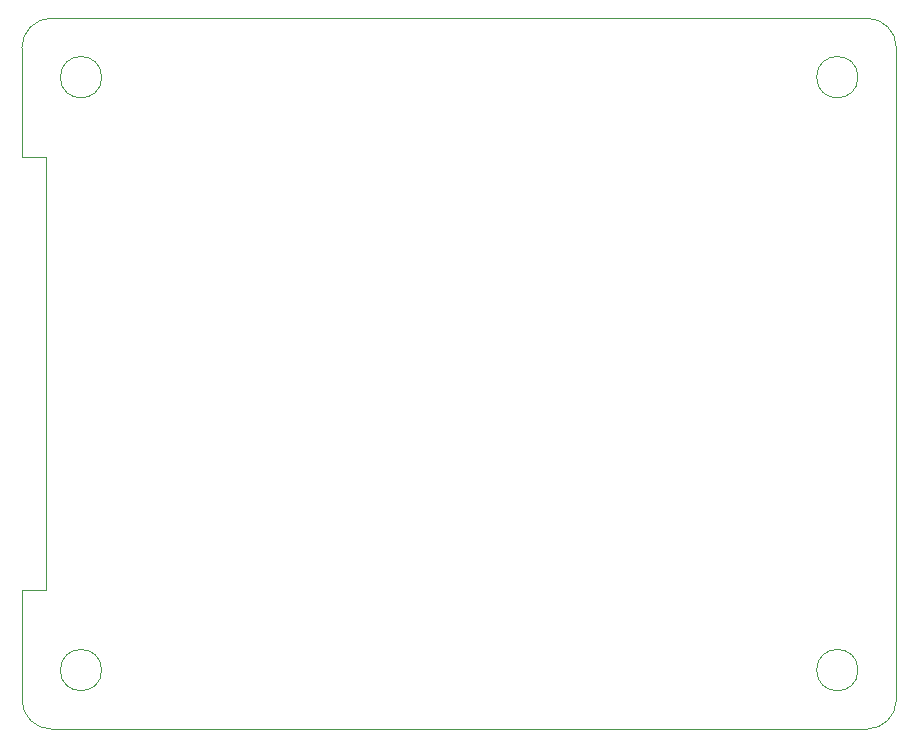
<source format=gm1>
G04 Layer_Color=16711935*
%FSLAX25Y25*%
%MOIN*%
G70*
G01*
G75*
%ADD35C,0.00050*%
%ADD36C,0.00394*%
D35*
X0Y9843D02*
G03*
X9843Y0I9843J0D01*
G01*
X281639D02*
G03*
X291481Y9843I0J9843D01*
G01*
X9843Y237008D02*
G03*
X0Y227165I0J-9843D01*
G01*
X291481D02*
G03*
X281639Y237008I-9843J0D01*
G01*
X26575Y19685D02*
G03*
X26575Y19685I-6890J0D01*
G01*
Y217323D02*
G03*
X26575Y217323I-6890J0D01*
G01*
X278686D02*
G03*
X278686Y217323I-6890J0D01*
G01*
Y19685D02*
G03*
X278686Y19685I-6890J0D01*
G01*
X281639Y237008D02*
X281783D01*
X0Y46260D02*
X7874D01*
X0Y9843D02*
Y46260D01*
Y190748D02*
Y202559D01*
Y227165D01*
X7874Y46260D02*
Y190748D01*
X0D02*
X7874D01*
X291481Y9843D02*
Y227165D01*
X9843Y237008D02*
X281639D01*
X9843Y0D02*
X281639D01*
D36*
X26575Y217323D02*
G03*
X26575Y217323I-6890J0D01*
G01*
X278685D02*
G03*
X278685Y217323I-6890J0D01*
G01*
Y19685D02*
G03*
X278685Y19685I-6890J0D01*
G01*
X26575D02*
G03*
X26575Y19685I-6890J0D01*
G01*
M02*

</source>
